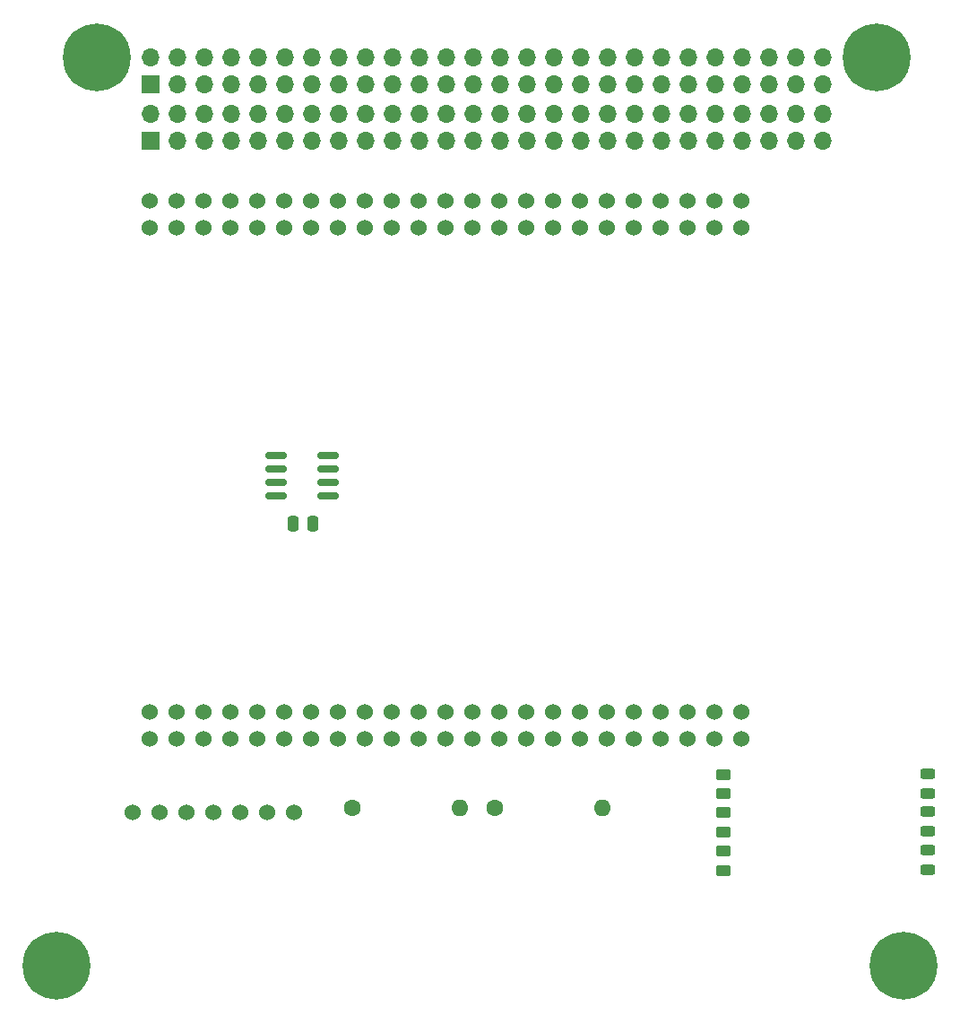
<source format=gbr>
%TF.GenerationSoftware,KiCad,Pcbnew,8.0.2-1*%
%TF.CreationDate,2024-08-26T15:57:13-05:00*%
%TF.ProjectId,BeagleBonePC104,42656167-6c65-4426-9f6e-655043313034,rev?*%
%TF.SameCoordinates,Original*%
%TF.FileFunction,Soldermask,Top*%
%TF.FilePolarity,Negative*%
%FSLAX46Y46*%
G04 Gerber Fmt 4.6, Leading zero omitted, Abs format (unit mm)*
G04 Created by KiCad (PCBNEW 8.0.2-1) date 2024-08-26 15:57:13*
%MOMM*%
%LPD*%
G01*
G04 APERTURE LIST*
G04 Aperture macros list*
%AMRoundRect*
0 Rectangle with rounded corners*
0 $1 Rounding radius*
0 $2 $3 $4 $5 $6 $7 $8 $9 X,Y pos of 4 corners*
0 Add a 4 corners polygon primitive as box body*
4,1,4,$2,$3,$4,$5,$6,$7,$8,$9,$2,$3,0*
0 Add four circle primitives for the rounded corners*
1,1,$1+$1,$2,$3*
1,1,$1+$1,$4,$5*
1,1,$1+$1,$6,$7*
1,1,$1+$1,$8,$9*
0 Add four rect primitives between the rounded corners*
20,1,$1+$1,$2,$3,$4,$5,0*
20,1,$1+$1,$4,$5,$6,$7,0*
20,1,$1+$1,$6,$7,$8,$9,0*
20,1,$1+$1,$8,$9,$2,$3,0*%
G04 Aperture macros list end*
%ADD10RoundRect,0.250000X-0.450000X0.262500X-0.450000X-0.262500X0.450000X-0.262500X0.450000X0.262500X0*%
%ADD11RoundRect,0.243750X-0.456250X0.243750X-0.456250X-0.243750X0.456250X-0.243750X0.456250X0.243750X0*%
%ADD12RoundRect,0.150000X-0.825000X-0.150000X0.825000X-0.150000X0.825000X0.150000X-0.825000X0.150000X0*%
%ADD13C,1.524000*%
%ADD14C,1.600000*%
%ADD15O,1.600000X1.600000*%
%ADD16C,6.400000*%
%ADD17R,1.700000X1.700000*%
%ADD18O,1.700000X1.700000*%
%ADD19RoundRect,0.250000X0.250000X0.475000X-0.250000X0.475000X-0.250000X-0.475000X0.250000X-0.475000X0*%
G04 APERTURE END LIST*
D10*
%TO.C,R3*%
X148100000Y-146887500D03*
X148100000Y-148712500D03*
%TD*%
D11*
%TO.C,D3*%
X167400000Y-154020000D03*
X167400000Y-155895000D03*
%TD*%
%TO.C,D1*%
X167400000Y-146800000D03*
X167400000Y-148675000D03*
%TD*%
%TO.C,D2*%
X167400000Y-150395000D03*
X167400000Y-152270000D03*
%TD*%
D12*
%TO.C,U5*%
X105825000Y-116795000D03*
X105825000Y-118065000D03*
X105825000Y-119335000D03*
X105825000Y-120605000D03*
X110775000Y-120605000D03*
X110775000Y-119335000D03*
X110775000Y-118065000D03*
X110775000Y-116795000D03*
%TD*%
D13*
%TO.C,U1*%
X149770000Y-140960000D03*
X149770000Y-92700000D03*
X149770000Y-143500000D03*
X149770000Y-95240000D03*
X147230000Y-140960000D03*
X147230000Y-92700000D03*
X147230000Y-143500000D03*
X147230000Y-95240000D03*
X144690000Y-140960000D03*
X144690000Y-92700000D03*
X144690000Y-143500000D03*
X144690000Y-95240000D03*
X142150000Y-140960000D03*
X142150000Y-92700000D03*
X142150000Y-143500000D03*
X142150000Y-95240000D03*
X139610000Y-140960000D03*
X139610000Y-92700000D03*
X139610000Y-143500000D03*
X139610000Y-95240000D03*
X137070000Y-140960000D03*
X137070000Y-92700000D03*
X137070000Y-143500000D03*
X137070000Y-95240000D03*
X134530000Y-140960000D03*
X134530000Y-92700000D03*
X134530000Y-143500000D03*
X134530000Y-95240000D03*
X131990000Y-140960000D03*
X131990000Y-92700000D03*
X131990000Y-143500000D03*
X131990000Y-95240000D03*
X129450000Y-140960000D03*
X129450000Y-92700000D03*
X129450000Y-143500000D03*
X129450000Y-95240000D03*
X126910000Y-140960000D03*
X126910000Y-92700000D03*
X126910000Y-143500000D03*
X126910000Y-95240000D03*
X124370000Y-140960000D03*
X124370000Y-92700000D03*
X124370000Y-143500000D03*
X124370000Y-95240000D03*
X121830000Y-140960000D03*
X121830000Y-92700000D03*
X121830000Y-143500000D03*
X121830000Y-95240000D03*
X119290000Y-140960000D03*
X119290000Y-92700000D03*
X119290000Y-143500000D03*
X119290000Y-95240000D03*
X116750000Y-140960000D03*
X116750000Y-92700000D03*
X116750000Y-143500000D03*
X116750000Y-95240000D03*
X114210000Y-140960000D03*
X114210000Y-92700000D03*
X114210000Y-143500000D03*
X114210000Y-95240000D03*
X111670000Y-140960000D03*
X111670000Y-92700000D03*
X111670000Y-143500000D03*
X111670000Y-95240000D03*
X109130000Y-140960000D03*
X109130000Y-92700000D03*
X109130000Y-143500000D03*
X109130000Y-95240000D03*
X106590000Y-140960000D03*
X106590000Y-92700000D03*
X106590000Y-143500000D03*
X106590000Y-95240000D03*
X104050000Y-140960000D03*
X104050000Y-92700000D03*
X104050000Y-143500000D03*
X104050000Y-95240000D03*
X101510000Y-140960000D03*
X101510000Y-92700000D03*
X101510000Y-143500000D03*
X101510000Y-95240000D03*
X98970000Y-140960000D03*
X98970000Y-92700000D03*
X98970000Y-143500000D03*
X98970000Y-95240000D03*
X96430000Y-140960000D03*
X96430000Y-92700000D03*
X96430000Y-143500000D03*
X96430000Y-95240000D03*
X93890000Y-140960000D03*
X93890000Y-92700000D03*
X93890000Y-143500000D03*
X93890000Y-95240000D03*
%TD*%
D14*
%TO.C,R1*%
X113010000Y-150000000D03*
D15*
X123170000Y-150000000D03*
%TD*%
D13*
%TO.C,U3*%
X107530000Y-150480000D03*
X104990000Y-150480000D03*
X102450000Y-150480000D03*
X99910000Y-150480000D03*
X97370000Y-150480000D03*
X94830000Y-150480000D03*
X92290000Y-150480000D03*
%TD*%
D10*
%TO.C,R4*%
X148100000Y-150482500D03*
X148100000Y-152307500D03*
%TD*%
D16*
%TO.C,U2*%
X85110000Y-164932973D03*
X88920000Y-79202973D03*
X162580000Y-79202973D03*
X165120000Y-164932973D03*
D17*
X94000000Y-81742973D03*
D18*
X94000000Y-79202973D03*
X96540000Y-81742973D03*
X96540000Y-79202973D03*
X99080000Y-81742973D03*
X99080000Y-79202973D03*
X101620000Y-81742973D03*
X101620000Y-79202973D03*
X104160000Y-81742973D03*
X104160000Y-79202973D03*
X106700000Y-81742973D03*
X106700000Y-79202973D03*
X109240000Y-81742973D03*
X109240000Y-79202973D03*
X111780000Y-81742973D03*
X111780000Y-79202973D03*
X114320000Y-81742973D03*
X114320000Y-79202973D03*
X116860000Y-81742973D03*
X116860000Y-79202973D03*
X119400000Y-81742973D03*
X119400000Y-79202973D03*
X121940000Y-81742973D03*
X121940000Y-79202973D03*
X124480000Y-81742973D03*
X124480000Y-79202973D03*
X127020000Y-81742973D03*
X127020000Y-79202973D03*
X129560000Y-81742973D03*
X129560000Y-79202973D03*
X132100000Y-81742973D03*
X132100000Y-79202973D03*
X134640000Y-81742973D03*
X134640000Y-79202973D03*
X137180000Y-81742973D03*
X137180000Y-79202973D03*
X139720000Y-81742973D03*
X139720000Y-79202973D03*
X142260000Y-81742973D03*
X142260000Y-79202973D03*
X144800000Y-81742973D03*
X144800000Y-79202973D03*
X147340000Y-81742973D03*
X147340000Y-79202973D03*
X149880000Y-81742973D03*
X149880000Y-79202973D03*
X152420000Y-81742973D03*
X152420000Y-79202973D03*
X154960000Y-81742973D03*
X154960000Y-79202973D03*
X157500000Y-81742973D03*
X157500000Y-79202973D03*
%TD*%
D14*
%TO.C,R2*%
X126510000Y-150000000D03*
D15*
X136670000Y-150000000D03*
%TD*%
D10*
%TO.C,R5*%
X148100000Y-154107500D03*
X148100000Y-155932500D03*
%TD*%
D17*
%TO.C,U4*%
X94012500Y-87040000D03*
D18*
X94012500Y-84500000D03*
X96552500Y-87040000D03*
X96552500Y-84500000D03*
X99092500Y-87040000D03*
X99092500Y-84500000D03*
X101632500Y-87040000D03*
X101632500Y-84500000D03*
X104172500Y-87040000D03*
X104172500Y-84500000D03*
X106712500Y-87040000D03*
X106712500Y-84500000D03*
X109252500Y-87040000D03*
X109252500Y-84500000D03*
X111792500Y-87040000D03*
X111792500Y-84500000D03*
X114332500Y-87040000D03*
X114332500Y-84500000D03*
X116872500Y-87040000D03*
X116872500Y-84500000D03*
X119412500Y-87040000D03*
X119412500Y-84500000D03*
X121952500Y-87040000D03*
X121952500Y-84500000D03*
X124492500Y-87040000D03*
X124492500Y-84500000D03*
X127032500Y-87040000D03*
X127032500Y-84500000D03*
X129572500Y-87040000D03*
X129572500Y-84500000D03*
X132112500Y-87040000D03*
X132112500Y-84500000D03*
X134652500Y-87040000D03*
X134652500Y-84500000D03*
X137192500Y-87040000D03*
X137192500Y-84500000D03*
X139732500Y-87040000D03*
X139732500Y-84500000D03*
X142272500Y-87040000D03*
X142272500Y-84500000D03*
X144812500Y-87040000D03*
X144812500Y-84500000D03*
X147352500Y-87040000D03*
X147352500Y-84500000D03*
X149892500Y-87040000D03*
X149892500Y-84500000D03*
X152432500Y-87040000D03*
X152432500Y-84500000D03*
X154972500Y-87040000D03*
X154972500Y-84500000D03*
X157512500Y-87040000D03*
X157512500Y-84500000D03*
%TD*%
D19*
%TO.C,C1*%
X109325000Y-123195000D03*
X107425000Y-123195000D03*
%TD*%
M02*

</source>
